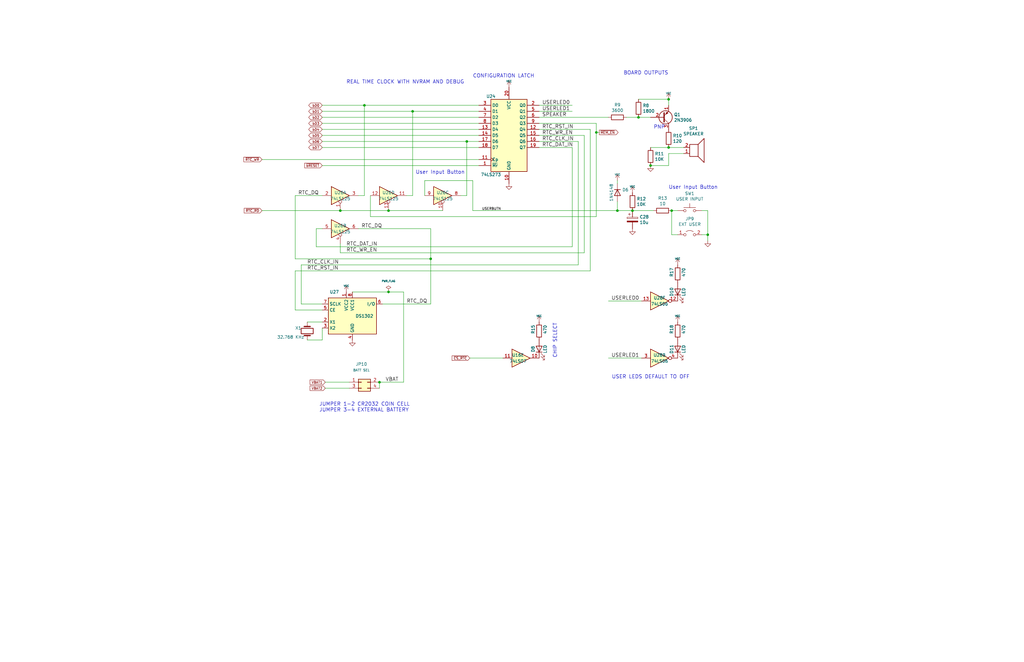
<source format=kicad_sch>
(kicad_sch (version 20211123) (generator eeschema)
  (paper "B")
  (lib_symbols
    (symbol "74xx:74HCT273"
      (property "Reference" "U" (at -7.62 16.51 0))
      (property "Value" "74HCT273" (at -7.62 -16.51 0))
      (symbol "74HCT273_1_0"
        (pin input line (at -12.7 -12.7 0) (length 5.08) (name "~{Mr}") (number "1"))
        (pin power_in line (at 0 -20.32 90) (length 5.08) (name "GND") (number "10"))
        (pin input clock (at -12.7 -10.16 0) (length 5.08) (name "Cp") (number "11"))
        (pin output line (at 12.7 2.54 180) (length 5.08) (name "Q4") (number "12"))
        (pin input line (at -12.7 2.54 0) (length 5.08) (name "D4") (number "13"))
        (pin input line (at -12.7 0 0) (length 5.08) (name "D5") (number "14"))
        (pin output line (at 12.7 0 180) (length 5.08) (name "Q5") (number "15"))
        (pin output line (at 12.7 -2.54 180) (length 5.08) (name "Q6") (number "16"))
        (pin input line (at -12.7 -2.54 0) (length 5.08) (name "D6") (number "17"))
        (pin input line (at -12.7 -5.08 0) (length 5.08) (name "D7") (number "18"))
        (pin output line (at 12.7 -5.08 180) (length 5.08) (name "Q7") (number "19"))
        (pin output line (at 12.7 12.7 180) (length 5.08) (name "Q0") (number "2"))
        (pin power_in line (at 0 20.32 270) (length 5.08) (name "VCC") (number "20"))
        (pin input line (at -12.7 12.7 0) (length 5.08) (name "D0") (number "3"))
        (pin input line (at -12.7 10.16 0) (length 5.08) (name "D1") (number "4"))
        (pin output line (at 12.7 10.16 180) (length 5.08) (name "Q1") (number "5"))
        (pin output line (at 12.7 7.62 180) (length 5.08) (name "Q2") (number "6"))
        (pin input line (at -12.7 7.62 0) (length 5.08) (name "D2") (number "7"))
        (pin input line (at -12.7 5.08 0) (length 5.08) (name "D3") (number "8"))
        (pin output line (at 12.7 5.08 180) (length 5.08) (name "Q3") (number "9"))
      )
      (symbol "74HCT273_1_1"
        (rectangle (start -7.62 15.24) (end 7.62 -15.24) (stroke (width 0.254)) (fill (type background)))
      )
    )
    (symbol "74xx:74LS06" (pin_names (offset 1.016))
      (property "Reference" "U" (at 0 1.27 0))
      (property "Value" "74LS06" (at 0 -1.27 0))
      (symbol "74LS06_1_0"
        (polyline (pts (xy -3.81 3.81) (xy -3.81 -3.81) (xy 3.81 0) (xy -3.81 3.81)) (stroke (width 0.254)) (fill (type background)))
        (pin input line (at -7.62 0 0) (length 3.81) (name "~") (number "1"))
        (pin open_collector inverted (at 7.62 0 180) (length 3.81) (name "~") (number "2"))
      )
      (symbol "74LS06_2_0"
        (polyline (pts (xy -3.81 3.81) (xy -3.81 -3.81) (xy 3.81 0) (xy -3.81 3.81)) (stroke (width 0.254)) (fill (type background)))
        (pin input line (at -7.62 0 0) (length 3.81) (name "~") (number "3"))
        (pin open_collector inverted (at 7.62 0 180) (length 3.81) (name "~") (number "4"))
      )
      (symbol "74LS06_3_0"
        (polyline (pts (xy -3.81 3.81) (xy -3.81 -3.81) (xy 3.81 0) (xy -3.81 3.81)) (stroke (width 0.254)) (fill (type background)))
        (pin input line (at -7.62 0 0) (length 3.81) (name "~") (number "5"))
        (pin open_collector inverted (at 7.62 0 180) (length 3.81) (name "~") (number "6"))
      )
      (symbol "74LS06_4_0"
        (polyline (pts (xy -3.81 3.81) (xy -3.81 -3.81) (xy 3.81 0) (xy -3.81 3.81)) (stroke (width 0.254)) (fill (type background)))
        (pin open_collector inverted (at 7.62 0 180) (length 3.81) (name "~") (number "8"))
        (pin input line (at -7.62 0 0) (length 3.81) (name "~") (number "9"))
      )
      (symbol "74LS06_5_0"
        (polyline (pts (xy -3.81 3.81) (xy -3.81 -3.81) (xy 3.81 0) (xy -3.81 3.81)) (stroke (width 0.254)) (fill (type background)))
        (pin open_collector inverted (at 7.62 0 180) (length 3.81) (name "~") (number "10"))
        (pin input line (at -7.62 0 0) (length 3.81) (name "~") (number "11"))
      )
      (symbol "74LS06_6_0"
        (polyline (pts (xy -3.81 3.81) (xy -3.81 -3.81) (xy 3.81 0) (xy -3.81 3.81)) (stroke (width 0.254)) (fill (type background)))
        (pin open_collector inverted (at 7.62 0 180) (length 3.81) (name "~") (number "12"))
        (pin input line (at -7.62 0 0) (length 3.81) (name "~") (number "13"))
      )
      (symbol "74LS06_7_0"
        (pin power_in line (at 0 12.7 270) (length 5.08) (name "VCC") (number "14"))
        (pin power_in line (at 0 -12.7 90) (length 5.08) (name "GND") (number "7"))
      )
      (symbol "74LS06_7_1"
        (rectangle (start -5.08 7.62) (end 5.08 -7.62) (stroke (width 0.254)) (fill (type background)))
      )
    )
    (symbol "74xx:74LS07" (pin_names (offset 1.016))
      (property "Reference" "U" (at 0 1.27 0))
      (property "Value" "74LS07" (at 0 -1.27 0))
      (symbol "74LS07_1_0"
        (polyline (pts (xy -3.81 3.81) (xy -3.81 -3.81) (xy 3.81 0) (xy -3.81 3.81)) (stroke (width 0.254)) (fill (type background)))
        (pin input line (at -7.62 0 0) (length 3.81) (name "~") (number "1"))
        (pin open_collector line (at 7.62 0 180) (length 3.81) (name "~") (number "2"))
      )
      (symbol "74LS07_2_0"
        (polyline (pts (xy -3.81 3.81) (xy -3.81 -3.81) (xy 3.81 0) (xy -3.81 3.81)) (stroke (width 0.254)) (fill (type background)))
        (pin input line (at -7.62 0 0) (length 3.81) (name "~") (number "3"))
        (pin open_collector line (at 7.62 0 180) (length 3.81) (name "~") (number "4"))
      )
      (symbol "74LS07_3_0"
        (polyline (pts (xy -3.81 3.81) (xy -3.81 -3.81) (xy 3.81 0) (xy -3.81 3.81)) (stroke (width 0.254)) (fill (type background)))
        (pin input line (at -7.62 0 0) (length 3.81) (name "~") (number "5"))
        (pin open_collector line (at 7.62 0 180) (length 3.81) (name "~") (number "6"))
      )
      (symbol "74LS07_4_0"
        (polyline (pts (xy -3.81 3.81) (xy -3.81 -3.81) (xy 3.81 0) (xy -3.81 3.81)) (stroke (width 0.254)) (fill (type background)))
        (pin open_collector line (at 7.62 0 180) (length 3.81) (name "~") (number "8"))
        (pin input line (at -7.62 0 0) (length 3.81) (name "~") (number "9"))
      )
      (symbol "74LS07_5_0"
        (polyline (pts (xy -3.81 3.81) (xy -3.81 -3.81) (xy 3.81 0) (xy -3.81 3.81)) (stroke (width 0.254)) (fill (type background)))
        (pin open_collector line (at 7.62 0 180) (length 3.81) (name "~") (number "10"))
        (pin input line (at -7.62 0 0) (length 3.81) (name "~") (number "11"))
      )
      (symbol "74LS07_6_0"
        (polyline (pts (xy -3.81 3.81) (xy -3.81 -3.81) (xy 3.81 0) (xy -3.81 3.81)) (stroke (width 0.254)) (fill (type background)))
        (pin open_collector line (at 7.62 0 180) (length 3.81) (name "~") (number "12"))
        (pin input line (at -7.62 0 0) (length 3.81) (name "~") (number "13"))
      )
      (symbol "74LS07_7_0"
        (pin power_in line (at 0 12.7 270) (length 5.08) (name "VCC") (number "14"))
        (pin power_in line (at 0 -12.7 90) (length 5.08) (name "GND") (number "7"))
      )
      (symbol "74LS07_7_1"
        (rectangle (start -5.08 7.62) (end 5.08 -7.62) (stroke (width 0.254)) (fill (type background)))
      )
    )
    (symbol "74xx:74LS125" (pin_names (offset 1.016))
      (property "Reference" "U" (at 0 1.27 0))
      (property "Value" "74LS125" (at 0 -1.27 0))
      (symbol "74LS125_1_0"
        (polyline (pts (xy -3.81 3.81) (xy -3.81 -3.81) (xy 3.81 0) (xy -3.81 3.81)) (stroke (width 0.254)) (fill (type background)))
        (pin input inverted (at 0 -6.35 90) (length 4.445) (name "~") (number "1"))
        (pin input line (at -7.62 0 0) (length 3.81) (name "~") (number "2"))
        (pin tri_state line (at 7.62 0 180) (length 3.81) (name "~") (number "3"))
      )
      (symbol "74LS125_2_0"
        (polyline (pts (xy -3.81 3.81) (xy -3.81 -3.81) (xy 3.81 0) (xy -3.81 3.81)) (stroke (width 0.254)) (fill (type background)))
        (pin input inverted (at 0 -6.35 90) (length 4.445) (name "~") (number "4"))
        (pin input line (at -7.62 0 0) (length 3.81) (name "~") (number "5"))
        (pin tri_state line (at 7.62 0 180) (length 3.81) (name "~") (number "6"))
      )
      (symbol "74LS125_3_0"
        (polyline (pts (xy -3.81 3.81) (xy -3.81 -3.81) (xy 3.81 0) (xy -3.81 3.81)) (stroke (width 0.254)) (fill (type background)))
        (pin input inverted (at 0 -6.35 90) (length 4.445) (name "~") (number "10"))
        (pin tri_state line (at 7.62 0 180) (length 3.81) (name "~") (number "8"))
        (pin input line (at -7.62 0 0) (length 3.81) (name "~") (number "9"))
      )
      (symbol "74LS125_4_0"
        (polyline (pts (xy -3.81 3.81) (xy -3.81 -3.81) (xy 3.81 0) (xy -3.81 3.81)) (stroke (width 0.254)) (fill (type background)))
        (pin tri_state line (at 7.62 0 180) (length 3.81) (name "~") (number "11"))
        (pin input line (at -7.62 0 0) (length 3.81) (name "~") (number "12"))
        (pin input inverted (at 0 -6.35 90) (length 4.445) (name "~") (number "13"))
      )
      (symbol "74LS125_5_0"
        (pin power_in line (at 0 12.7 270) (length 5.08) (name "VCC") (number "14"))
        (pin power_in line (at 0 -12.7 90) (length 5.08) (name "GND") (number "7"))
      )
      (symbol "74LS125_5_1"
        (rectangle (start -5.08 7.62) (end 5.08 -7.62) (stroke (width 0.254)) (fill (type background)))
      )
    )
    (symbol "Connector_Generic:Conn_02x02_Odd_Even" (pin_names (offset 1.016) hide)
      (property "Reference" "J" (at 1.27 2.54 0))
      (property "Value" "Conn_02x02_Odd_Even" (at 1.27 -5.08 0))
      (symbol "Conn_02x02_Odd_Even_1_1"
        (rectangle (start -1.27 -2.413) (end 0 -2.667) (stroke (width 0.1524)))
        (rectangle (start -1.27 0.127) (end 0 -0.127) (stroke (width 0.1524)))
        (rectangle (start -1.27 1.27) (end 3.81 -3.81) (stroke (width 0.254)) (fill (type background)))
        (rectangle (start 3.81 -2.413) (end 2.54 -2.667) (stroke (width 0.1524)))
        (rectangle (start 3.81 0.127) (end 2.54 -0.127) (stroke (width 0.1524)))
        (pin passive line (at -5.08 0 0) (length 3.81) (name "Pin_1") (number "1"))
        (pin passive line (at 7.62 0 180) (length 3.81) (name "Pin_2") (number "2"))
        (pin passive line (at -5.08 -2.54 0) (length 3.81) (name "Pin_3") (number "3"))
        (pin passive line (at 7.62 -2.54 180) (length 3.81) (name "Pin_4") (number "4"))
      )
    )
    (symbol "Device:C_Polarized" (pin_numbers hide) (pin_names (offset 0.254))
      (property "Reference" "C" (at 0.635 2.54 0))
      (property "Value" "C_Polarized" (at 0.635 -2.54 0))
      (symbol "C_Polarized_0_1"
        (rectangle (start -2.286 0.508) (end 2.286 1.016))
        (polyline (pts (xy -1.778 2.286) (xy -0.762 2.286)))
        (polyline (pts (xy -1.27 2.794) (xy -1.27 1.778)))
        (rectangle (start 2.286 -0.508) (end -2.286 -1.016) (fill (type outline)))
      )
      (symbol "C_Polarized_1_1"
        (pin passive line (at 0 3.81 270) (length 2.794) (name "~") (number "1"))
        (pin passive line (at 0 -3.81 90) (length 2.794) (name "~") (number "2"))
      )
    )
    (symbol "Device:Crystal" (pin_numbers hide) (pin_names (offset 1.016) hide)
      (property "Reference" "Y" (at 0 3.81 0))
      (property "Value" "Crystal" (at 0 -3.81 0))
      (symbol "Crystal_0_1"
        (rectangle (start -1.143 2.54) (end 1.143 -2.54) (stroke (width 0.3048)))
        (polyline (pts (xy -2.54 0) (xy -1.905 0)))
        (polyline (pts (xy -1.905 -1.27) (xy -1.905 1.27)) (stroke (width 0.508)))
        (polyline (pts (xy 1.905 -1.27) (xy 1.905 1.27)) (stroke (width 0.508)))
        (polyline (pts (xy 2.54 0) (xy 1.905 0)))
      )
      (symbol "Crystal_1_1"
        (pin passive line (at -3.81 0 0) (length 1.27) (name "1") (number "1"))
        (pin passive line (at 3.81 0 180) (length 1.27) (name "2") (number "2"))
      )
    )
    (symbol "Device:LED" (pin_numbers hide) (pin_names (offset 1.016) hide)
      (property "Reference" "D" (at 0 2.54 0))
      (property "Value" "LED" (at 0 -2.54 0))
      (symbol "LED_0_1"
        (polyline (pts (xy -1.27 -1.27) (xy -1.27 1.27)) (stroke (width 0.254)))
        (polyline (pts (xy -1.27 0) (xy 1.27 0)))
        (polyline (pts (xy 1.27 -1.27) (xy 1.27 1.27) (xy -1.27 0) (xy 1.27 -1.27)) (stroke (width 0.254)))
        (polyline (pts (xy -3.048 -0.762) (xy -4.572 -2.286) (xy -3.81 -2.286) (xy -4.572 -2.286) (xy -4.572 -1.524)))
        (polyline (pts (xy -1.778 -0.762) (xy -3.302 -2.286) (xy -2.54 -2.286) (xy -3.302 -2.286) (xy -3.302 -1.524)))
      )
      (symbol "LED_1_1"
        (pin passive line (at -3.81 0 0) (length 2.54) (name "K") (number "1"))
        (pin passive line (at 3.81 0 180) (length 2.54) (name "A") (number "2"))
      )
    )
    (symbol "Device:R" (pin_numbers hide) (pin_names (offset 0))
      (property "Reference" "R" (at 2.032 0 90))
      (property "Value" "R" (at 0 0 90))
      (symbol "R_0_1"
        (rectangle (start -1.016 -2.54) (end 1.016 2.54) (stroke (width 0.254)))
      )
      (symbol "R_1_1"
        (pin passive line (at 0 3.81 270) (length 1.27) (name "~") (number "1"))
        (pin passive line (at 0 -3.81 90) (length 1.27) (name "~") (number "2"))
      )
    )
    (symbol "Device:Speaker" (pin_names (offset 0) hide)
      (property "Reference" "LS" (at 1.27 5.715 0))
      (property "Value" "Speaker" (at 1.27 3.81 0))
      (symbol "Speaker_0_0"
        (rectangle (start -2.54 1.27) (end 1.016 -3.81) (stroke (width 0.254)))
        (polyline (pts (xy 1.016 1.27) (xy 3.556 3.81) (xy 3.556 -6.35) (xy 1.016 -3.81)) (stroke (width 0.254)))
      )
      (symbol "Speaker_1_1"
        (pin input line (at -5.08 0 0) (length 2.54) (name "1") (number "1"))
        (pin input line (at -5.08 -2.54 0) (length 2.54) (name "2") (number "2"))
      )
    )
    (symbol "Diode:1N4148" (pin_numbers hide) (pin_names hide)
      (property "Reference" "D" (at 0 2.54 0))
      (property "Value" "1N4148" (at 0 -2.54 0))
      (symbol "1N4148_0_1"
        (polyline (pts (xy -1.27 1.27) (xy -1.27 -1.27)) (stroke (width 0.254)))
        (polyline (pts (xy 1.27 0) (xy -1.27 0)))
        (polyline (pts (xy 1.27 1.27) (xy 1.27 -1.27) (xy -1.27 0) (xy 1.27 1.27)) (stroke (width 0.254)))
      )
      (symbol "1N4148_1_1"
        (pin passive line (at -3.81 0 0) (length 2.54) (name "K") (number "1"))
        (pin passive line (at 3.81 0 180) (length 2.54) (name "A") (number "2"))
      )
    )
    (symbol "Jumper:Jumper_2_Open" (pin_names (offset 0) hide)
      (property "Reference" "JP" (at 0 2.794 0))
      (property "Value" "Jumper_2_Open" (at 0 -2.286 0))
      (symbol "Jumper_2_Open_0_0"
        (circle (center -2.032 0) (radius 0.508))
        (circle (center 2.032 0) (radius 0.508))
      )
      (symbol "Jumper_2_Open_0_1"
        (arc (start 1.524 1.27) (mid 0 1.778) (end -1.524 1.27))
      )
      (symbol "Jumper_2_Open_1_1"
        (pin passive line (at -5.08 0 0) (length 2.54) (name "A") (number "1"))
        (pin passive line (at 5.08 0 180) (length 2.54) (name "B") (number "2"))
      )
    )
    (symbol "Switch:SW_Push" (pin_numbers hide) (pin_names (offset 1.016) hide)
      (property "Reference" "SW" (at 1.27 2.54 0))
      (property "Value" "SW_Push" (at 0 -1.524 0))
      (symbol "SW_Push_0_1"
        (circle (center -2.032 0) (radius 0.508))
        (polyline (pts (xy 0 1.27) (xy 0 3.048)))
        (polyline (pts (xy 2.54 1.27) (xy -2.54 1.27)))
        (circle (center 2.032 0) (radius 0.508))
        (pin passive line (at -5.08 0 0) (length 2.54) (name "1") (number "1"))
        (pin passive line (at 5.08 0 180) (length 2.54) (name "2") (number "2"))
      )
    )
    (symbol "Timer_RTC:DS1302+"
      (property "Reference" "U" (at -8.89 8.89 0))
      (property "Value" "DS1302+" (at 6.35 8.89 0))
      (symbol "DS1302+_1_1"
        (rectangle (start -10.16 7.62) (end 10.16 -7.62) (stroke (width 0.254)) (fill (type background)))
        (pin power_in line (at -2.54 10.16 270) (length 2.54) (name "VCC2") (number "1"))
        (pin input line (at -12.7 -2.54 0) (length 2.54) (name "X1") (number "2"))
        (pin input line (at -12.7 -5.08 0) (length 2.54) (name "X2") (number "3"))
        (pin power_in line (at 0 -10.16 90) (length 2.54) (name "GND") (number "4"))
        (pin input line (at -12.7 2.54 0) (length 2.54) (name "CE") (number "5"))
        (pin bidirectional line (at 12.7 5.08 180) (length 2.54) (name "I/O") (number "6"))
        (pin input line (at -12.7 5.08 0) (length 2.54) (name "SCLK") (number "7"))
        (pin power_in line (at 0 10.16 270) (length 2.54) (name "VCC1") (number "8"))
      )
    )
    (symbol "Transistor_BJT:2N3906" (pin_names (offset 0) hide)
      (property "Reference" "Q" (at 5.08 1.905 0))
      (property "Value" "2N3906" (at 5.08 0 0))
      (symbol "2N3906_0_1"
        (polyline (pts (xy 0.635 0.635) (xy 2.54 2.54)))
        (polyline (pts (xy 0.635 -0.635) (xy 2.54 -2.54) (xy 2.54 -2.54)))
        (polyline (pts (xy 0.635 1.905) (xy 0.635 -1.905) (xy 0.635 -1.905)) (stroke (width 0.508)))
        (polyline (pts (xy 2.286 -1.778) (xy 1.778 -2.286) (xy 1.27 -1.27) (xy 2.286 -1.778) (xy 2.286 -1.778)) (fill (type outline)))
        (circle (center 1.27 0) (radius 2.8194) (stroke (width 0.254)))
      )
      (symbol "2N3906_1_1"
        (pin passive line (at 2.54 -5.08 90) (length 2.54) (name "E") (number "1"))
        (pin input line (at -5.08 0 0) (length 5.715) (name "B") (number "2"))
        (pin passive line (at 2.54 5.08 270) (length 2.54) (name "C") (number "3"))
      )
    )
    (symbol "power:GND" (power) (pin_names (offset 0))
      (property "Value" "GND" (at 0 -3.81 0))
      (symbol "GND_0_1"
        (polyline (pts (xy 0 0) (xy 0 -1.27) (xy 1.27 -1.27) (xy 0 -2.54) (xy -1.27 -1.27) (xy 0 -1.27)))
      )
      (symbol "GND_1_1"
        (pin power_in line (at 0 0 270) (length 0) hide (name "GND") (number "1"))
      )
    )
    (symbol "power:PWR_FLAG" (power) (pin_numbers hide) (pin_names (offset 0) hide)
      (property "Value" "PWR_FLAG" (at 0 3.81 0))
      (symbol "PWR_FLAG_0_0"
        (pin power_out line (at 0 0 90) (length 0) (name "pwr") (number "1"))
      )
      (symbol "PWR_FLAG_0_1"
        (polyline (pts (xy 0 0) (xy 0 1.27) (xy -1.016 1.905) (xy 0 2.54) (xy 1.016 1.905) (xy 0 1.27)))
      )
    )
    (symbol "power:VCC" (power) (pin_names (offset 0))
      (property "Value" "VCC" (at 0 3.81 0))
      (symbol "VCC_0_1"
        (polyline (pts (xy -0.762 1.27) (xy 0 2.54)))
        (polyline (pts (xy 0 0) (xy 0 2.54)))
        (polyline (pts (xy 0 2.54) (xy 0.762 1.27)))
      )
      (symbol "VCC_1_1"
        (pin power_in line (at 0 0 90) (length 0) hide (name "VCC") (number "1"))
      )
    )
  )
  (junction (at 251.46 55.88))
  (junction (at 143.51 88.9))
  (junction (at 298.45 99.06))
  (junction (at 281.94 62.23))
  (junction (at 266.7 88.9))
  (junction (at 153.67 44.45))
  (junction (at 181.61 109.22))
  (junction (at 260.35 88.9))
  (junction (at 283.21 88.9))
  (junction (at 160.02 161.29))
  (junction (at 163.83 88.9))
  (junction (at 269.24 49.53))
  (junction (at 281.94 41.91))
  (junction (at 274.32 69.85))
  (junction (at 196.85 59.69))
  (junction (at 163.83 123.19))
  (junction (at 173.99 46.99))
  (wire (pts (xy 260.35 85.09) (xy 260.35 88.9)))
  (wire (pts (xy 135.89 52.07) (xy 201.93 52.07)))
  (wire (pts (xy 227.33 54.61) (xy 248.92 54.61)))
  (wire (pts (xy 163.83 88.9) (xy 186.69 88.9)))
  (wire (pts (xy 243.84 59.69) (xy 243.84 111.76)))
  (wire (pts (xy 241.3 104.14) (xy 241.3 62.23)))
  (wire (pts (xy 124.46 109.22) (xy 181.61 109.22)))
  (wire (pts (xy 252.73 55.88) (xy 251.46 55.88)))
  (wire (pts (xy 198.12 151.13) (xy 212.09 151.13)))
  (wire (pts (xy 260.35 88.9) (xy 266.7 88.9)))
  (wire (pts (xy 129.54 135.89) (xy 135.89 135.89)))
  (wire (pts (xy 181.61 109.22) (xy 181.61 128.27)))
  (wire (pts (xy 135.89 44.45) (xy 153.67 44.45)))
  (wire (pts (xy 227.33 57.15) (xy 246.38 57.15)))
  (wire (pts (xy 246.38 57.15) (xy 246.38 106.68)))
  (wire (pts (xy 199.39 76.2) (xy 179.07 76.2)))
  (wire (pts (xy 283.21 99.06) (xy 285.75 99.06)))
  (wire (pts (xy 161.29 128.27) (xy 181.61 128.27)))
  (wire (pts (xy 135.89 138.43) (xy 135.89 143.51)))
  (wire (pts (xy 137.16 161.29) (xy 147.32 161.29)))
  (wire (pts (xy 227.33 52.07) (xy 251.46 52.07)))
  (wire (pts (xy 274.32 62.23) (xy 281.94 62.23)))
  (wire (pts (xy 135.89 54.61) (xy 201.93 54.61)))
  (wire (pts (xy 227.33 59.69) (xy 243.84 59.69)))
  (wire (pts (xy 248.92 54.61) (xy 248.92 114.3)))
  (wire (pts (xy 129.54 143.51) (xy 135.89 143.51)))
  (wire (pts (xy 148.59 123.19) (xy 163.83 123.19)))
  (wire (pts (xy 251.46 52.07) (xy 251.46 55.88)))
  (wire (pts (xy 246.38 106.68) (xy 143.51 106.68)))
  (wire (pts (xy 227.33 62.23) (xy 241.3 62.23)))
  (wire (pts (xy 281.94 64.77) (xy 288.29 64.77)))
  (wire (pts (xy 173.99 82.55) (xy 173.99 46.99)))
  (wire (pts (xy 124.46 130.81) (xy 135.89 130.81)))
  (wire (pts (xy 199.39 88.9) (xy 260.35 88.9)))
  (wire (pts (xy 156.21 91.44) (xy 251.46 91.44)))
  (wire (pts (xy 196.85 82.55) (xy 196.85 59.69)))
  (wire (pts (xy 199.39 88.9) (xy 199.39 76.2)))
  (wire (pts (xy 295.91 88.9) (xy 298.45 88.9)))
  (wire (pts (xy 173.99 46.99) (xy 201.93 46.99)))
  (wire (pts (xy 110.49 88.9) (xy 143.51 88.9)))
  (wire (pts (xy 298.45 99.06) (xy 298.45 101.6)))
  (wire (pts (xy 163.83 123.19) (xy 170.18 123.19)))
  (wire (pts (xy 251.46 55.88) (xy 251.46 91.44)))
  (wire (pts (xy 133.35 96.52) (xy 133.35 104.14)))
  (wire (pts (xy 281.94 62.23) (xy 288.29 62.23)))
  (wire (pts (xy 170.18 161.29) (xy 160.02 161.29)))
  (wire (pts (xy 295.91 99.06) (xy 298.45 99.06)))
  (wire (pts (xy 285.75 88.9) (xy 283.21 88.9)))
  (wire (pts (xy 127 111.76) (xy 127 128.27)))
  (wire (pts (xy 135.89 128.27) (xy 127 128.27)))
  (wire (pts (xy 124.46 114.3) (xy 124.46 130.81)))
  (wire (pts (xy 135.89 69.85) (xy 201.93 69.85)))
  (wire (pts (xy 283.21 88.9) (xy 283.21 99.06)))
  (wire (pts (xy 135.89 46.99) (xy 173.99 46.99)))
  (wire (pts (xy 179.07 76.2) (xy 179.07 82.55)))
  (wire (pts (xy 124.46 82.55) (xy 135.89 82.55)))
  (wire (pts (xy 143.51 88.9) (xy 163.83 88.9)))
  (wire (pts (xy 181.61 96.52) (xy 181.61 109.22)))
  (wire (pts (xy 135.89 59.69) (xy 196.85 59.69)))
  (wire (pts (xy 153.67 44.45) (xy 201.93 44.45)))
  (wire (pts (xy 170.18 123.19) (xy 170.18 161.29)))
  (wire (pts (xy 227.33 44.45) (xy 241.3 44.45)))
  (wire (pts (xy 151.13 96.52) (xy 181.61 96.52)))
  (wire (pts (xy 196.85 59.69) (xy 201.93 59.69)))
  (wire (pts (xy 266.7 88.9) (xy 275.59 88.9)))
  (wire (pts (xy 110.49 67.31) (xy 201.93 67.31)))
  (wire (pts (xy 281.94 69.85) (xy 281.94 64.77)))
  (wire (pts (xy 248.92 114.3) (xy 124.46 114.3)))
  (wire (pts (xy 153.67 82.55) (xy 151.13 82.55)))
  (wire (pts (xy 137.16 163.83) (xy 147.32 163.83)))
  (wire (pts (xy 135.89 62.23) (xy 201.93 62.23)))
  (wire (pts (xy 274.32 69.85) (xy 281.94 69.85)))
  (wire (pts (xy 156.21 82.55) (xy 156.21 91.44)))
  (wire (pts (xy 227.33 49.53) (xy 256.54 49.53)))
  (wire (pts (xy 133.35 104.14) (xy 241.3 104.14)))
  (wire (pts (xy 227.33 46.99) (xy 241.3 46.99)))
  (wire (pts (xy 153.67 44.45) (xy 153.67 82.55)))
  (wire (pts (xy 194.31 82.55) (xy 196.85 82.55)))
  (wire (pts (xy 281.94 44.45) (xy 281.94 41.91)))
  (wire (pts (xy 298.45 88.9) (xy 298.45 99.06)))
  (wire (pts (xy 256.54 127) (xy 270.51 127)))
  (wire (pts (xy 281.94 41.91) (xy 269.24 41.91)))
  (wire (pts (xy 160.02 161.29) (xy 160.02 163.83)))
  (wire (pts (xy 135.89 57.15) (xy 201.93 57.15)))
  (wire (pts (xy 256.54 151.13) (xy 270.51 151.13)))
  (wire (pts (xy 143.51 106.68) (xy 143.51 102.87)))
  (wire (pts (xy 260.35 77.47) (xy 260.35 76.2)))
  (wire (pts (xy 124.46 82.55) (xy 124.46 109.22)))
  (wire (pts (xy 243.84 111.76) (xy 127 111.76)))
  (wire (pts (xy 171.45 82.55) (xy 173.99 82.55)))
  (wire (pts (xy 135.89 96.52) (xy 133.35 96.52)))
  (wire (pts (xy 264.16 49.53) (xy 269.24 49.53)))
  (wire (pts (xy 269.24 49.53) (xy 274.32 49.53)))
  (wire (pts (xy 135.89 49.53) (xy 201.93 49.53)))
  (text "PNP" (at 275.59 54.61 0) (effects (font (size 1.524 1.524)) (justify left bottom)))
  (text "User Input Button" (at 281.94 80.01 0) (effects (font (size 1.524 1.524)) (justify left bottom)))
  (text "BOARD OUTPUTS" (at 262.89 31.75 0) (effects (font (size 1.524 1.524)) (justify left bottom)))
  (text "CONFIGURATION LATCH" (at 199.39 33.02 0) (effects (font (size 1.524 1.524)) (justify left bottom)))
  (text "User Input Button" (at 175.26 73.66 0) (effects (font (size 1.524 1.524)) (justify left bottom)))
  (text "JUMPER 1-2 CR2032 COIN CELL\nJUMPER 3-4 EXTERNAL BATTERY" (at 134.62 173.99 0) (effects (font (size 1.524 1.524)) (justify left bottom)))
  (text "CHIP SELECT" (at 234.95 151.13 90) (effects (font (size 1.524 1.524)) (justify left bottom)))
  (text "USER LEDS DEFAULT TO OFF" (at 290.83 160.02 180) (effects (font (size 1.524 1.524)) (justify right bottom)))
  (text "REAL TIME CLOCK WITH NVRAM AND DEBUG" (at 146.05 35.56 0) (effects (font (size 1.524 1.524)) (justify left bottom)))
  (label "RTC_DAT_IN" (at 146.05 104.14 0) (effects (font (size 1.524 1.524))))
  (label "RTC_DQ" (at 152.4 96.52 0) (effects (font (size 1.524 1.524))))
  (label "RTC_DQ" (at 125.73 82.55 0) (effects (font (size 1.524 1.524))))
  (label "RTC_DAT_IN" (at 228.6 62.23 0) (effects (font (size 1.524 1.524))))
  (label "RTC_CLK_IN" (at 228.6 59.69 0) (effects (font (size 1.524 1.524))))
  (label "VBAT" (at 162.56 161.29 0) (effects (font (size 1.524 1.524))))
  (label "USERLED0" (at 257.81 127 0) (effects (font (size 1.524 1.524))))
  (label "USERLED0" (at 228.6 44.45 0) (effects (font (size 1.524 1.524))))
  (label "USERBUTN" (at 203.2 88.9 0) (effects (font (size 1.016 1.016))))
  (label "RTC_WR_EN" (at 146.05 106.68 0) (effects (font (size 1.524 1.524))))
  (label "USERLED1" (at 257.81 151.13 0) (effects (font (size 1.524 1.524))))
  (label "RTC_RST_IN" (at 228.6 54.61 0) (effects (font (size 1.524 1.524))))
  (label "SPEAKER" (at 228.6 49.53 0) (effects (font (size 1.524 1.524))))
  (label "RTC_RST_IN" (at 129.54 114.3 0) (effects (font (size 1.524 1.524))))
  (label "RTC_WR_EN" (at 228.6 57.15 0) (effects (font (size 1.524 1.524))))
  (label "USERLED1" (at 228.6 46.99 0) (effects (font (size 1.524 1.524))))
  (label "RTC_DQ" (at 171.45 128.27 0) (effects (font (size 1.524 1.524))))
  (label "RTC_CLK_IN" (at 129.54 111.76 0) (effects (font (size 1.524 1.524))))
  (global_label "~{bRESET}" (shape input) (at 135.89 69.85 180) (effects (font (size 1.016 1.016))) (property "Intersheet References" "${INTERSHEET_REFS}" (effects hide)))
  (global_label "~{RTC_WR}" (shape input) (at 110.49 67.31 180) (effects (font (size 1.016 1.016))) (property "Intersheet References" "${INTERSHEET_REFS}" (effects hide)))
  (global_label "~{CS_RTC}" (shape input) (at 198.12 151.13 180) (effects (font (size 1.016 1.016))) (property "Intersheet References" "${INTERSHEET_REFS}" (effects hide)))
  (global_label "bD1" (shape bidirectional) (at 135.89 46.99 180) (effects (font (size 1.016 1.016))) (property "Intersheet References" "${INTERSHEET_REFS}" (effects hide)))
  (global_label "VBAT2" (shape input) (at 137.16 163.83 180) (effects (font (size 1.016 1.016))) (property "Intersheet References" "${INTERSHEET_REFS}" (effects hide)))
  (global_label "~{MEM_EN}" (shape output) (at 252.73 55.88 0) (effects (font (size 1.016 1.016))) (property "Intersheet References" "${INTERSHEET_REFS}" (effects hide)))
  (global_label "~{RTC_RD}" (shape input) (at 110.49 88.9 180) (effects (font (size 1.016 1.016))) (property "Intersheet References" "${INTERSHEET_REFS}" (effects hide)))
  (global_label "bD3" (shape bidirectional) (at 135.89 52.07 180) (effects (font (size 1.016 1.016))) (property "Intersheet References" "${INTERSHEET_REFS}" (effects hide)))
  (global_label "bD0" (shape bidirectional) (at 135.89 44.45 180) (effects (font (size 1.016 1.016))) (property "Intersheet References" "${INTERSHEET_REFS}" (effects hide)))
  (global_label "bD6" (shape bidirectional) (at 135.89 59.69 180) (effects (font (size 1.016 1.016))) (property "Intersheet References" "${INTERSHEET_REFS}" (effects hide)))
  (global_label "bD7" (shape bidirectional) (at 135.89 62.23 180) (effects (font (size 1.016 1.016))) (property "Intersheet References" "${INTERSHEET_REFS}" (effects hide)))
  (global_label "VBAT1" (shape input) (at 137.16 161.29 180) (effects (font (size 1.016 1.016))) (property "Intersheet References" "${INTERSHEET_REFS}" (effects hide)))
  (global_label "bD2" (shape bidirectional) (at 135.89 49.53 180) (effects (font (size 1.016 1.016))) (property "Intersheet References" "${INTERSHEET_REFS}" (effects hide)))
  (global_label "bD4" (shape bidirectional) (at 135.89 54.61 180) (effects (font (size 1.016 1.016))) (property "Intersheet References" "${INTERSHEET_REFS}" (effects hide)))
  (global_label "bD5" (shape bidirectional) (at 135.89 57.15 180) (effects (font (size 1.016 1.016))) (property "Intersheet References" "${INTERSHEET_REFS}" (effects hide)))
  (symbol (lib_id "74xx:74LS125") (at 143.51 82.55 0) (unit 1)
    (property "Reference" "U26" (at 143.51 81.28 0))
    (property "Value" "74LS125" (at 143.51 83.82 0))
    (property "Footprint" "Package_DIP:DIP-14_W7.62mm" (effects hide))
    (property "Datasheet" "http://www.ti.com/lit/gpn/sn74LS125" (effects hide))
  )
  (symbol (lib_id "power:GND") (at 266.7 96.52 0) (unit 1)
    (property "Reference" "#PWR049" (effects hide))
    (property "Value" "GND" (effects hide))
  )
  (symbol (lib_id "power:GND") (at 148.59 143.51 0) (unit 1)
    (property "Reference" "#PWR052" (effects hide))
    (property "Value" "GND" (effects hide))
  )
  (symbol (lib_id "power:VCC") (at 146.05 123.19 0) (unit 1)
    (property "Reference" "#PWR051" (effects hide))
    (property "Value" "VCC" (at 146.05 120.65 0) (effects (font (size 0.762 0.762))))
  )
  (symbol (lib_id "power:GND") (at 298.45 101.6 0) (unit 1)
    (property "Reference" "#PWR050" (effects hide))
    (property "Value" "GND" (effects hide))
  )
  (symbol (lib_id "74xx:74LS06") (at 278.13 151.13 0) (unit 2)
    (property "Reference" "U28" (at 278.13 149.86 0))
    (property "Value" "74LS06" (at 278.13 152.4 0))
    (property "Footprint" "Package_DIP:DIP-14_W7.62mm" (effects hide))
    (property "Datasheet" "http://www.ti.com/lit/gpn/sn74LS06" (effects hide))
  )
  (symbol (lib_id "power:VCC") (at 260.35 76.2 0) (unit 1)
    (property "Reference" "#PWR046" (effects hide))
    (property "Value" "VCC" (at 260.35 73.66 0) (effects (font (size 0.762 0.762))))
  )
  (symbol (lib_id "power:VCC") (at 285.75 111.76 0) (unit 1)
    (property "Reference" "#PWR056" (effects hide))
    (property "Value" "VCC" (at 285.75 109.22 0) (effects (font (size 0.762 0.762))))
  )
  (symbol (lib_id "74xx:74LS06") (at 278.13 127 0) (unit 6)
    (property "Reference" "U28" (at 278.13 125.73 0))
    (property "Value" "74LS06" (at 278.13 128.27 0))
    (property "Footprint" "Package_DIP:DIP-14_W7.62mm" (effects hide))
    (property "Datasheet" "http://www.ti.com/lit/gpn/sn74LS06" (effects hide))
  )
  (symbol (lib_id "Transistor_BJT:2N3906") (at 279.4 49.53 0) (mirror x) (unit 1)
    (property "Reference" "Q1" (at 284.226 48.3616 0) (effects (justify left)))
    (property "Value" "2N3906" (at 284.226 50.673 0) (effects (justify left)))
    (property "Footprint" "Package_TO_SOT_THT:TO-92_Inline" (effects hide))
    (property "Datasheet" "https://www.onsemi.com/pub/Collateral/2N3906-D.PDF" (effects hide))
  )
  (symbol (lib_id "Device:LED") (at 285.75 147.32 90) (unit 1)
    (property "Reference" "D11" (at 283.21 147.32 0))
    (property "Value" "LED" (at 288.29 147.32 0))
    (property "Footprint" "LED_THT:LED_D3.0mm_Horizontal_O3.81mm_Z2.0mm" (effects hide))
  )
  (symbol (lib_id "Device:Speaker") (at 293.37 64.77 0) (mirror x) (unit 1)
    (property "Reference" "SP1" (at 292.4302 54.1782 0))
    (property "Value" "SPEAKER" (at 292.4302 56.4896 0))
    (property "Footprint" "Buzzer_Beeper:MagneticBuzzer_StarMicronics_HMB-06_HMB-12" (effects hide))
  )
  (symbol (lib_id "74xx:74LS125") (at 143.51 96.52 0) (unit 2)
    (property "Reference" "U26" (at 143.51 95.25 0))
    (property "Value" "74LS125" (at 143.51 97.79 0))
    (property "Footprint" "Package_DIP:DIP-14_W7.62mm" (effects hide))
    (property "Datasheet" "http://www.ti.com/lit/gpn/sn74LS125" (effects hide))
  )
  (symbol (lib_id "power:GND") (at 214.63 77.47 0) (unit 1)
    (property "Reference" "#PWR047" (effects hide))
    (property "Value" "GND" (effects hide))
  )
  (symbol (lib_id "power:VCC") (at 214.63 36.83 0) (unit 1)
    (property "Reference" "#PWR043" (effects hide))
    (property "Value" "VCC" (at 214.63 34.29 0) (effects (font (size 0.762 0.762))))
  )
  (symbol (lib_id "power:VCC") (at 281.94 41.91 0) (unit 1)
    (property "Reference" "#PWR044" (effects hide))
    (property "Value" "VCC" (at 281.94 39.37 0) (effects (font (size 0.762 0.762))))
  )
  (symbol (lib_id "power:GND") (at 274.32 69.85 0) (unit 1)
    (property "Reference" "#PWR045" (effects hide))
    (property "Value" "GND" (effects hide))
  )
  (symbol (lib_id "74xx:74LS125") (at 186.69 82.55 0) (unit 3)
    (property "Reference" "U26" (at 186.69 81.28 0))
    (property "Value" "74LS125" (at 186.69 83.82 0))
    (property "Footprint" "Package_DIP:DIP-14_W7.62mm" (effects hide))
    (property "Datasheet" "http://www.ti.com/lit/gpn/sn74LS125" (effects hide))
  )
  (symbol (lib_id "power:VCC") (at 266.7 81.28 0) (unit 1)
    (property "Reference" "#PWR048" (effects hide))
    (property "Value" "VCC" (at 266.7 78.74 0) (effects (font (size 0.762 0.762))))
  )
  (symbol (lib_id "Device:LED") (at 285.75 123.19 90) (unit 1)
    (property "Reference" "D10" (at 283.21 123.19 0))
    (property "Value" "LED" (at 288.29 123.19 0))
    (property "Footprint" "LED_THT:LED_D3.0mm_Horizontal_O3.81mm_Z2.0mm" (effects hide))
  )
  (symbol (lib_id "74xx:74LS125") (at 163.83 82.55 0) (unit 4)
    (property "Reference" "U26" (at 163.83 81.28 0))
    (property "Value" "74LS125" (at 163.83 83.82 0))
    (property "Footprint" "Package_DIP:DIP-14_W7.62mm" (effects hide))
    (property "Datasheet" "http://www.ti.com/lit/gpn/sn74LS125" (effects hide))
  )
  (symbol (lib_id "power:PWR_FLAG") (at 163.83 123.19 0) (unit 1)
    (property "Reference" "#FLG07" (effects hide))
    (property "Value" "PWR_FLAG" (at 163.83 118.618 0) (effects (font (size 0.762 0.762))))
  )
  (symbol (lib_id "Connector_Generic:Conn_02x02_Odd_Even") (at 152.4 161.29 0) (unit 1)
    (property "Reference" "JP10" (at 152.4 153.67 0))
    (property "Value" "BATT SEL" (at 152.4 156.21 0) (effects (font (size 1.016 1.016))))
    (property "Footprint" "Connector_PinHeader_2.54mm:PinHeader_2x02_P2.54mm_Vertical" (effects hide))
  )
  (symbol (lib_id "power:VCC") (at 285.75 135.89 0) (unit 1)
    (property "Reference" "#PWR058" (effects hide))
    (property "Value" "VCC" (at 285.75 133.35 0) (effects (font (size 0.762 0.762))))
  )
  (symbol (lib_id "Diode:1N4148") (at 260.35 81.28 270) (unit 1)
    (property "Reference" "D6" (at 262.382 80.1116 90) (effects (justify left)))
    (property "Value" "1N4148" (at 257.81 77.47 0) (effects (justify left)))
    (property "Footprint" "Diode_THT:D_DO-35_SOD27_P7.62mm_Horizontal" (effects hide))
    (property "Datasheet" "https://assets.nexperia.com/documents/data-sheet/1N4148_1N4448.pdf" (effects hide))
  )
  (symbol (lib_id "Device:LED") (at 227.33 147.32 90) (unit 1)
    (property "Reference" "D8" (at 224.79 147.32 0))
    (property "Value" "LED" (at 229.87 147.32 0))
    (property "Footprint" "LED_THT:LED_D3.0mm_Horizontal_O3.81mm_Z2.0mm" (effects hide))
  )
  (symbol (lib_id "power:VCC") (at 227.33 135.89 0) (unit 1)
    (property "Reference" "#PWR054" (effects hide))
    (property "Value" "VCC" (at 227.33 133.35 0) (effects (font (size 0.762 0.762))))
  )
  (symbol (lib_id "Device:C_Polarized") (at 266.7 92.71 0) (unit 1)
    (property "Reference" "C28" (at 269.6972 91.5416 0) (effects (justify left)))
    (property "Value" "10u" (at 269.6972 93.853 0) (effects (justify left)))
    (property "Footprint" "Capacitor_THT:CP_Radial_D5.0mm_P2.50mm" (effects hide))
  )
  (symbol (lib_id "Switch:SW_Push") (at 290.83 88.9 0) (unit 1)
    (property "Reference" "SW1" (at 290.83 81.661 0))
    (property "Value" "USER INPUT" (at 290.83 83.9724 0))
    (property "Footprint" "Button_Switch_THT:SW_Tactile_SPST_Angled_PTS645Vx58-2LFS" (effects hide))
  )
  (symbol (lib_id "Device:R") (at 281.94 58.42 0) (unit 1)
    (property "Reference" "R10" (at 283.718 57.2516 0) (effects (justify left)))
    (property "Value" "120" (at 283.718 59.563 0) (effects (justify left)))
    (property "Footprint" "Resistor_THT:R_Axial_DIN0207_L6.3mm_D2.5mm_P7.62mm_Horizontal" (effects hide))
  )
  (symbol (lib_id "Device:R") (at 274.32 66.04 0) (unit 1)
    (property "Reference" "R11" (at 276.098 64.8716 0) (effects (justify left)))
    (property "Value" "10K" (at 276.098 67.183 0) (effects (justify left)))
    (property "Footprint" "Resistor_THT:R_Axial_DIN0207_L6.3mm_D2.5mm_P7.62mm_Horizontal" (effects hide))
  )
  (symbol (lib_id "Device:R") (at 269.24 45.72 0) (unit 1)
    (property "Reference" "R8" (at 271.018 44.5516 0) (effects (justify left)))
    (property "Value" "1800" (at 271.018 46.863 0) (effects (justify left)))
    (property "Footprint" "Resistor_THT:R_Axial_DIN0207_L6.3mm_D2.5mm_P7.62mm_Horizontal" (effects hide))
  )
  (symbol (lib_id "74xx:74HCT273") (at 214.63 57.15 0) (unit 1)
    (property "Reference" "U24" (at 207.01 40.64 0))
    (property "Value" "74LS273" (at 207.01 73.66 0))
    (property "Footprint" "Package_DIP:DIP-20_W7.62mm" (effects hide))
    (property "Datasheet" "https://assets.nexperia.com/documents/data-sheet/74HC_HCT273.pdf" (effects hide))
  )
  (symbol (lib_id "Device:R") (at 227.33 139.7 0) (unit 1)
    (property "Reference" "R15" (at 224.79 140.97 90) (effects (justify left)))
    (property "Value" "470" (at 229.87 140.97 90) (effects (justify left)))
    (property "Footprint" "Resistor_THT:R_Axial_DIN0207_L6.3mm_D2.5mm_P7.62mm_Horizontal" (effects hide))
  )
  (symbol (lib_id "Device:R") (at 285.75 115.57 0) (unit 1)
    (property "Reference" "R17" (at 283.21 116.84 90) (effects (justify left)))
    (property "Value" "470" (at 288.29 116.84 90) (effects (justify left)))
    (property "Footprint" "Resistor_THT:R_Axial_DIN0207_L6.3mm_D2.5mm_P7.62mm_Horizontal" (effects hide))
  )
  (symbol (lib_id "Device:R") (at 285.75 139.7 0) (unit 1)
    (property "Reference" "R18" (at 283.21 140.97 90) (effects (justify left)))
    (property "Value" "470" (at 288.29 140.97 90) (effects (justify left)))
    (property "Footprint" "Resistor_THT:R_Axial_DIN0207_L6.3mm_D2.5mm_P7.62mm_Horizontal" (effects hide))
  )
  (symbol (lib_id "Device:R") (at 266.7 85.09 0) (unit 1)
    (property "Reference" "R12" (at 268.478 83.9216 0) (effects (justify left)))
    (property "Value" "10K" (at 268.478 86.233 0) (effects (justify left)))
    (property "Footprint" "Resistor_THT:R_Axial_DIN0207_L6.3mm_D2.5mm_P7.62mm_Horizontal" (effects hide))
  )
  (symbol (lib_id "Device:R") (at 279.4 88.9 270) (unit 1)
    (property "Reference" "R13" (at 279.4 83.6422 90))
    (property "Value" "10" (at 279.4 85.9536 90))
    (property "Footprint" "Resistor_THT:R_Axial_DIN0207_L6.3mm_D2.5mm_P7.62mm_Horizontal" (effects hide))
  )
  (symbol (lib_id "Jumper:Jumper_2_Open") (at 290.83 99.06 0) (unit 1)
    (property "Reference" "JP9" (at 290.83 92.3544 0))
    (property "Value" "EXT USER" (at 290.83 94.6658 0))
    (property "Footprint" "Connector_PinHeader_2.54mm:PinHeader_1x02_P2.54mm_Horizontal" (effects hide))
  )
  (symbol (lib_id "Device:R") (at 260.35 49.53 270) (unit 1)
    (property "Reference" "R9" (at 260.35 44.2722 90))
    (property "Value" "3600" (at 260.35 46.5836 90))
    (property "Footprint" "Resistor_THT:R_Axial_DIN0207_L6.3mm_D2.5mm_P7.62mm_Horizontal" (effects hide))
  )
  (symbol (lib_id "Device:Crystal") (at 129.54 139.7 90) (unit 1)
    (property "Reference" "X1" (at 124.46 138.43 90) (effects (justify right)))
    (property "Value" "32.768 KHz" (at 116.84 142.24 90) (effects (justify right)))
    (property "Footprint" "Crystal:Crystal_AT310_D3.0mm_L10.0mm_Horizontal" (effects hide))
  )
  (symbol (lib_id "Timer_RTC:DS1302+") (at 148.59 133.35 0) (unit 1)
    (property "Reference" "U27" (at 140.97 123.19 0))
    (property "Value" "DS1302" (at 153.67 133.35 0))
    (property "Footprint" "Package_DIP:DIP-8_W7.62mm" (effects hide))
    (property "Datasheet" "https://datasheets.maximintegrated.com/en/ds/DS1302.pdf" (effects hide))
  )
  (symbol (lib_id "74xx:74LS07") (at 219.71 151.13 0) (unit 5)
    (property "Reference" "U16" (at 218.44 149.86 0))
    (property "Value" "74LS07" (at 218.44 152.4 0))
    (property "Footprint" "Package_DIP:DIP-14_W7.62mm" (effects hide))
    (property "Datasheet" "www.ti.com/lit/ds/symlink/sn74ls07.pdf" (effects hide))
  )
)
</source>
